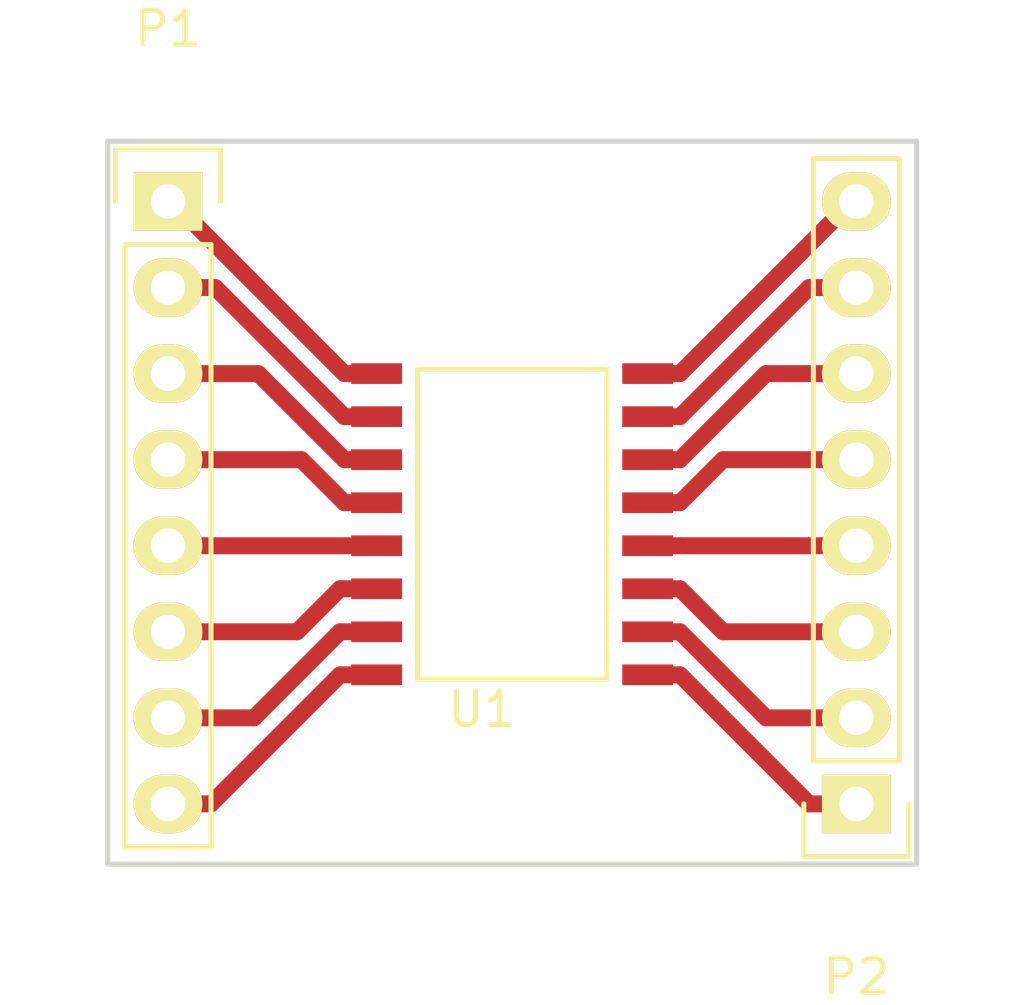
<source format=kicad_pcb>
(kicad_pcb (version 4) (host pcbnew 4.0.2-stable)

  (general
    (links 16)
    (no_connects 0)
    (area 132.051667 82.675 162.588334 112.755)
    (thickness 1.6)
    (drawings 4)
    (tracks 46)
    (zones 0)
    (modules 3)
    (nets 17)
  )

  (page A4)
  (layers
    (0 F.Cu signal)
    (31 B.Cu signal)
    (32 B.Adhes user)
    (33 F.Adhes user)
    (34 B.Paste user)
    (35 F.Paste user)
    (36 B.SilkS user)
    (37 F.SilkS user)
    (38 B.Mask user)
    (39 F.Mask user)
    (40 Dwgs.User user)
    (41 Cmts.User user)
    (42 Eco1.User user)
    (43 Eco2.User user)
    (44 Edge.Cuts user)
    (45 Margin user)
    (46 B.CrtYd user)
    (47 F.CrtYd user)
    (48 B.Fab user)
    (49 F.Fab user)
  )

  (setup
    (last_trace_width 0.5)
    (trace_clearance 0.2)
    (zone_clearance 0.508)
    (zone_45_only no)
    (trace_min 0.2)
    (segment_width 0.2)
    (edge_width 0.15)
    (via_size 0.6)
    (via_drill 0.4)
    (via_min_size 0.4)
    (via_min_drill 0.3)
    (uvia_size 0.3)
    (uvia_drill 0.1)
    (uvias_allowed no)
    (uvia_min_size 0.2)
    (uvia_min_drill 0.1)
    (pcb_text_width 0.3)
    (pcb_text_size 1.5 1.5)
    (mod_edge_width 0.15)
    (mod_text_size 1 1)
    (mod_text_width 0.15)
    (pad_size 1.524 1.524)
    (pad_drill 0.762)
    (pad_to_mask_clearance 0.2)
    (aux_axis_origin 0 0)
    (visible_elements FFFFFF7F)
    (pcbplotparams
      (layerselection 0x01000_00000001)
      (usegerberextensions false)
      (excludeedgelayer true)
      (linewidth 0.100000)
      (plotframeref false)
      (viasonmask false)
      (mode 1)
      (useauxorigin false)
      (hpglpennumber 1)
      (hpglpenspeed 20)
      (hpglpendiameter 15)
      (hpglpenoverlay 2)
      (psnegative false)
      (psa4output false)
      (plotreference true)
      (plotvalue true)
      (plotinvisibletext false)
      (padsonsilk false)
      (subtractmaskfromsilk false)
      (outputformat 1)
      (mirror false)
      (drillshape 0)
      (scaleselection 1)
      (outputdirectory mill/))
  )

  (net 0 "")
  (net 1 "Net-(P1-Pad1)")
  (net 2 "Net-(P1-Pad2)")
  (net 3 "Net-(P1-Pad3)")
  (net 4 "Net-(P1-Pad4)")
  (net 5 "Net-(P1-Pad5)")
  (net 6 "Net-(P1-Pad6)")
  (net 7 "Net-(P1-Pad7)")
  (net 8 "Net-(P1-Pad8)")
  (net 9 "Net-(P2-Pad1)")
  (net 10 "Net-(P2-Pad2)")
  (net 11 "Net-(P2-Pad3)")
  (net 12 "Net-(P2-Pad4)")
  (net 13 "Net-(P2-Pad5)")
  (net 14 "Net-(P2-Pad6)")
  (net 15 "Net-(P2-Pad7)")
  (net 16 "Net-(P2-Pad8)")

  (net_class Default "This is the default net class."
    (clearance 0.2)
    (trace_width 0.5)
    (via_dia 0.6)
    (via_drill 0.4)
    (uvia_dia 0.3)
    (uvia_drill 0.1)
    (add_net "Net-(P1-Pad1)")
    (add_net "Net-(P1-Pad2)")
    (add_net "Net-(P1-Pad3)")
    (add_net "Net-(P1-Pad4)")
    (add_net "Net-(P1-Pad5)")
    (add_net "Net-(P1-Pad6)")
    (add_net "Net-(P1-Pad7)")
    (add_net "Net-(P1-Pad8)")
    (add_net "Net-(P2-Pad1)")
    (add_net "Net-(P2-Pad2)")
    (add_net "Net-(P2-Pad3)")
    (add_net "Net-(P2-Pad4)")
    (add_net "Net-(P2-Pad5)")
    (add_net "Net-(P2-Pad6)")
    (add_net "Net-(P2-Pad7)")
    (add_net "Net-(P2-Pad8)")
  )

  (module Pin_Headers:Pin_Header_Straight_1x08 (layer F.Cu) (tedit 0) (tstamp 57D87653)
    (at 137.16 88.9)
    (descr "Through hole pin header")
    (tags "pin header")
    (path /57E38C3C)
    (fp_text reference P1 (at 0 -5.1) (layer F.SilkS)
      (effects (font (size 1 1) (thickness 0.15)))
    )
    (fp_text value CONN_01X08 (at 0 -3.1) (layer F.Fab)
      (effects (font (size 1 1) (thickness 0.15)))
    )
    (fp_line (start -1.75 -1.75) (end -1.75 19.55) (layer F.CrtYd) (width 0.05))
    (fp_line (start 1.75 -1.75) (end 1.75 19.55) (layer F.CrtYd) (width 0.05))
    (fp_line (start -1.75 -1.75) (end 1.75 -1.75) (layer F.CrtYd) (width 0.05))
    (fp_line (start -1.75 19.55) (end 1.75 19.55) (layer F.CrtYd) (width 0.05))
    (fp_line (start 1.27 1.27) (end 1.27 19.05) (layer F.SilkS) (width 0.15))
    (fp_line (start 1.27 19.05) (end -1.27 19.05) (layer F.SilkS) (width 0.15))
    (fp_line (start -1.27 19.05) (end -1.27 1.27) (layer F.SilkS) (width 0.15))
    (fp_line (start 1.55 -1.55) (end 1.55 0) (layer F.SilkS) (width 0.15))
    (fp_line (start 1.27 1.27) (end -1.27 1.27) (layer F.SilkS) (width 0.15))
    (fp_line (start -1.55 0) (end -1.55 -1.55) (layer F.SilkS) (width 0.15))
    (fp_line (start -1.55 -1.55) (end 1.55 -1.55) (layer F.SilkS) (width 0.15))
    (pad 1 thru_hole rect (at 0 0) (size 2.032 1.7272) (drill 1.016) (layers *.Cu *.Mask F.SilkS)
      (net 1 "Net-(P1-Pad1)"))
    (pad 2 thru_hole oval (at 0 2.54) (size 2.032 1.7272) (drill 1.016) (layers *.Cu *.Mask F.SilkS)
      (net 2 "Net-(P1-Pad2)"))
    (pad 3 thru_hole oval (at 0 5.08) (size 2.032 1.7272) (drill 1.016) (layers *.Cu *.Mask F.SilkS)
      (net 3 "Net-(P1-Pad3)"))
    (pad 4 thru_hole oval (at 0 7.62) (size 2.032 1.7272) (drill 1.016) (layers *.Cu *.Mask F.SilkS)
      (net 4 "Net-(P1-Pad4)"))
    (pad 5 thru_hole oval (at 0 10.16) (size 2.032 1.7272) (drill 1.016) (layers *.Cu *.Mask F.SilkS)
      (net 5 "Net-(P1-Pad5)"))
    (pad 6 thru_hole oval (at 0 12.7) (size 2.032 1.7272) (drill 1.016) (layers *.Cu *.Mask F.SilkS)
      (net 6 "Net-(P1-Pad6)"))
    (pad 7 thru_hole oval (at 0 15.24) (size 2.032 1.7272) (drill 1.016) (layers *.Cu *.Mask F.SilkS)
      (net 7 "Net-(P1-Pad7)"))
    (pad 8 thru_hole oval (at 0 17.78) (size 2.032 1.7272) (drill 1.016) (layers *.Cu *.Mask F.SilkS)
      (net 8 "Net-(P1-Pad8)"))
    (model Pin_Headers.3dshapes/Pin_Header_Straight_1x08.wrl
      (at (xyz 0 -0.35 0))
      (scale (xyz 1 1 1))
      (rotate (xyz 0 0 90))
    )
  )

  (module Pin_Headers:Pin_Header_Straight_1x08 (layer F.Cu) (tedit 0) (tstamp 57D8765F)
    (at 157.48 106.68 180)
    (descr "Through hole pin header")
    (tags "pin header")
    (path /57E38CA8)
    (fp_text reference P2 (at 0 -5.1 180) (layer F.SilkS)
      (effects (font (size 1 1) (thickness 0.15)))
    )
    (fp_text value CONN_01X08 (at 0 -3.1 180) (layer F.Fab)
      (effects (font (size 1 1) (thickness 0.15)))
    )
    (fp_line (start -1.75 -1.75) (end -1.75 19.55) (layer F.CrtYd) (width 0.05))
    (fp_line (start 1.75 -1.75) (end 1.75 19.55) (layer F.CrtYd) (width 0.05))
    (fp_line (start -1.75 -1.75) (end 1.75 -1.75) (layer F.CrtYd) (width 0.05))
    (fp_line (start -1.75 19.55) (end 1.75 19.55) (layer F.CrtYd) (width 0.05))
    (fp_line (start 1.27 1.27) (end 1.27 19.05) (layer F.SilkS) (width 0.15))
    (fp_line (start 1.27 19.05) (end -1.27 19.05) (layer F.SilkS) (width 0.15))
    (fp_line (start -1.27 19.05) (end -1.27 1.27) (layer F.SilkS) (width 0.15))
    (fp_line (start 1.55 -1.55) (end 1.55 0) (layer F.SilkS) (width 0.15))
    (fp_line (start 1.27 1.27) (end -1.27 1.27) (layer F.SilkS) (width 0.15))
    (fp_line (start -1.55 0) (end -1.55 -1.55) (layer F.SilkS) (width 0.15))
    (fp_line (start -1.55 -1.55) (end 1.55 -1.55) (layer F.SilkS) (width 0.15))
    (pad 1 thru_hole rect (at 0 0 180) (size 2.032 1.7272) (drill 1.016) (layers *.Cu *.Mask F.SilkS)
      (net 9 "Net-(P2-Pad1)"))
    (pad 2 thru_hole oval (at 0 2.54 180) (size 2.032 1.7272) (drill 1.016) (layers *.Cu *.Mask F.SilkS)
      (net 10 "Net-(P2-Pad2)"))
    (pad 3 thru_hole oval (at 0 5.08 180) (size 2.032 1.7272) (drill 1.016) (layers *.Cu *.Mask F.SilkS)
      (net 11 "Net-(P2-Pad3)"))
    (pad 4 thru_hole oval (at 0 7.62 180) (size 2.032 1.7272) (drill 1.016) (layers *.Cu *.Mask F.SilkS)
      (net 12 "Net-(P2-Pad4)"))
    (pad 5 thru_hole oval (at 0 10.16 180) (size 2.032 1.7272) (drill 1.016) (layers *.Cu *.Mask F.SilkS)
      (net 13 "Net-(P2-Pad5)"))
    (pad 6 thru_hole oval (at 0 12.7 180) (size 2.032 1.7272) (drill 1.016) (layers *.Cu *.Mask F.SilkS)
      (net 14 "Net-(P2-Pad6)"))
    (pad 7 thru_hole oval (at 0 15.24 180) (size 2.032 1.7272) (drill 1.016) (layers *.Cu *.Mask F.SilkS)
      (net 15 "Net-(P2-Pad7)"))
    (pad 8 thru_hole oval (at 0 17.78 180) (size 2.032 1.7272) (drill 1.016) (layers *.Cu *.Mask F.SilkS)
      (net 16 "Net-(P2-Pad8)"))
    (model Pin_Headers.3dshapes/Pin_Header_Straight_1x08.wrl
      (at (xyz 0 -0.35 0))
      (scale (xyz 1 1 1))
      (rotate (xyz 0 0 90))
    )
  )

  (module scintilla:SN74LV4052ANSR (layer F.Cu) (tedit 57D87252) (tstamp 57D87673)
    (at 147.32 99.06 270)
    (path /57E38D44)
    (fp_text reference U1 (at 4.826 0.889 360) (layer F.SilkS)
      (effects (font (size 1 1) (thickness 0.15)))
    )
    (fp_text value SN74LV4052ANSR (at -6.477 0 360) (layer F.Fab)
      (effects (font (size 1 1) (thickness 0.15)))
    )
    (fp_line (start -5.207 -2.794) (end 3.937 -2.794) (layer F.SilkS) (width 0.15))
    (fp_line (start 3.937 -2.794) (end 3.937 2.794) (layer F.SilkS) (width 0.15))
    (fp_line (start 3.937 2.794) (end -5.207 2.794) (layer F.SilkS) (width 0.15))
    (fp_line (start -5.207 2.794) (end -5.207 -2.794) (layer F.SilkS) (width 0.15))
    (pad 1 smd rect (at -5.08 4 270) (size 0.61 1.5) (layers F.Cu F.Paste F.Mask)
      (net 1 "Net-(P1-Pad1)"))
    (pad 2 smd rect (at -3.81 4 270) (size 0.61 1.5) (layers F.Cu F.Paste F.Mask)
      (net 2 "Net-(P1-Pad2)"))
    (pad 3 smd rect (at -2.54 4 270) (size 0.61 1.5) (layers F.Cu F.Paste F.Mask)
      (net 3 "Net-(P1-Pad3)"))
    (pad 4 smd rect (at -1.27 4 270) (size 0.61 1.5) (layers F.Cu F.Paste F.Mask)
      (net 4 "Net-(P1-Pad4)"))
    (pad 5 smd rect (at 0 4 270) (size 0.61 1.5) (layers F.Cu F.Paste F.Mask)
      (net 5 "Net-(P1-Pad5)"))
    (pad 6 smd rect (at 1.27 4 270) (size 0.61 1.5) (layers F.Cu F.Paste F.Mask)
      (net 6 "Net-(P1-Pad6)"))
    (pad 7 smd rect (at 2.54 4 270) (size 0.61 1.5) (layers F.Cu F.Paste F.Mask)
      (net 7 "Net-(P1-Pad7)"))
    (pad 8 smd rect (at 3.81 4 270) (size 0.61 1.5) (layers F.Cu F.Paste F.Mask)
      (net 8 "Net-(P1-Pad8)"))
    (pad 9 smd rect (at 3.81 -4 270) (size 0.61 1.5) (layers F.Cu F.Paste F.Mask)
      (net 9 "Net-(P2-Pad1)"))
    (pad 10 smd rect (at 2.54 -4 270) (size 0.61 1.5) (layers F.Cu F.Paste F.Mask)
      (net 10 "Net-(P2-Pad2)"))
    (pad 11 smd rect (at 1.27 -4 270) (size 0.61 1.5) (layers F.Cu F.Paste F.Mask)
      (net 11 "Net-(P2-Pad3)"))
    (pad 12 smd rect (at 0 -4 270) (size 0.61 1.5) (layers F.Cu F.Paste F.Mask)
      (net 12 "Net-(P2-Pad4)"))
    (pad 13 smd rect (at -1.27 -4 270) (size 0.61 1.5) (layers F.Cu F.Paste F.Mask)
      (net 13 "Net-(P2-Pad5)"))
    (pad 14 smd rect (at -2.54 -4 270) (size 0.61 1.5) (layers F.Cu F.Paste F.Mask)
      (net 14 "Net-(P2-Pad6)"))
    (pad 15 smd rect (at -3.81 -4 270) (size 0.61 1.5) (layers F.Cu F.Paste F.Mask)
      (net 15 "Net-(P2-Pad7)"))
    (pad 16 smd rect (at -5.08 -4 270) (size 0.61 1.5) (layers F.Cu F.Paste F.Mask)
      (net 16 "Net-(P2-Pad8)"))
  )

  (gr_line (start 135.382 108.458) (end 135.382 87.122) (angle 90) (layer Edge.Cuts) (width 0.15))
  (gr_line (start 159.258 108.458) (end 135.382 108.458) (angle 90) (layer Edge.Cuts) (width 0.15))
  (gr_line (start 159.258 87.122) (end 159.258 108.458) (angle 90) (layer Edge.Cuts) (width 0.15))
  (gr_line (start 135.382 87.122) (end 159.258 87.122) (angle 90) (layer Edge.Cuts) (width 0.15))

  (segment (start 143.32 93.98) (end 142.367 93.98) (width 0.5) (layer F.Cu) (net 1) (status 400000))
  (segment (start 142.367 93.98) (end 137.287 88.9) (width 0.5) (layer F.Cu) (net 1) (tstamp 57D8777E) (status 800000))
  (segment (start 137.287 88.9) (end 137.16 88.9) (width 0.5) (layer F.Cu) (net 1) (tstamp 57D8777F) (status C00000))
  (segment (start 143.32 95.25) (end 142.367 95.25) (width 0.5) (layer F.Cu) (net 2) (status 400000))
  (segment (start 138.557 91.44) (end 137.16 91.44) (width 0.5) (layer F.Cu) (net 2) (tstamp 57D8777B) (status 800000))
  (segment (start 142.367 95.25) (end 138.557 91.44) (width 0.5) (layer F.Cu) (net 2) (tstamp 57D8777A))
  (segment (start 143.32 95.25) (end 142.748 95.25) (width 0.5) (layer F.Cu) (net 2) (status C00000))
  (segment (start 143.32 96.52) (end 142.367 96.52) (width 0.5) (layer F.Cu) (net 3) (status 400000))
  (segment (start 139.827 93.98) (end 137.16 93.98) (width 0.5) (layer F.Cu) (net 3) (tstamp 57D87776) (status 800000))
  (segment (start 142.367 96.52) (end 139.827 93.98) (width 0.5) (layer F.Cu) (net 3) (tstamp 57D87775))
  (segment (start 143.32 97.79) (end 142.367 97.79) (width 0.5) (layer F.Cu) (net 4) (status 400000))
  (segment (start 141.097 96.52) (end 137.16 96.52) (width 0.5) (layer F.Cu) (net 4) (tstamp 57D87772) (status 800000))
  (segment (start 142.367 97.79) (end 141.097 96.52) (width 0.5) (layer F.Cu) (net 4) (tstamp 57D87771))
  (segment (start 143.32 99.06) (end 137.16 99.06) (width 0.5) (layer F.Cu) (net 5) (status C00000))
  (segment (start 143.32 100.33) (end 142.24 100.33) (width 0.5) (layer F.Cu) (net 6) (status 400000))
  (segment (start 140.97 101.6) (end 137.16 101.6) (width 0.5) (layer F.Cu) (net 6) (tstamp 57D8775C) (status 800000))
  (segment (start 142.24 100.33) (end 140.97 101.6) (width 0.5) (layer F.Cu) (net 6) (tstamp 57D8775B))
  (segment (start 143.32 101.6) (end 142.24 101.6) (width 0.5) (layer F.Cu) (net 7) (status 400000))
  (segment (start 139.7 104.14) (end 137.16 104.14) (width 0.5) (layer F.Cu) (net 7) (tstamp 57D87760) (status 800000))
  (segment (start 142.24 101.6) (end 139.7 104.14) (width 0.5) (layer F.Cu) (net 7) (tstamp 57D8775F))
  (segment (start 143.32 102.87) (end 142.24 102.87) (width 0.5) (layer F.Cu) (net 8) (status 400000))
  (segment (start 138.43 106.68) (end 137.16 106.68) (width 0.5) (layer F.Cu) (net 8) (tstamp 57D87766) (status 800000))
  (segment (start 142.24 102.87) (end 138.43 106.68) (width 0.5) (layer F.Cu) (net 8) (tstamp 57D87765))
  (segment (start 151.32 102.87) (end 152.273 102.87) (width 0.5) (layer F.Cu) (net 9) (status 400000))
  (segment (start 156.083 106.68) (end 157.48 106.68) (width 0.5) (layer F.Cu) (net 9) (tstamp 57D877A0) (status 800000))
  (segment (start 152.273 102.87) (end 156.083 106.68) (width 0.5) (layer F.Cu) (net 9) (tstamp 57D8779F))
  (segment (start 151.32 101.6) (end 152.273 101.6) (width 0.5) (layer F.Cu) (net 10) (status 400000))
  (segment (start 154.813 104.14) (end 157.48 104.14) (width 0.5) (layer F.Cu) (net 10) (tstamp 57D8779B) (status 800000))
  (segment (start 152.273 101.6) (end 154.813 104.14) (width 0.5) (layer F.Cu) (net 10) (tstamp 57D8779A))
  (segment (start 151.32 100.33) (end 152.273 100.33) (width 0.5) (layer F.Cu) (net 11) (status 400000))
  (segment (start 153.543 101.6) (end 157.48 101.6) (width 0.5) (layer F.Cu) (net 11) (tstamp 57D87797) (status 800000))
  (segment (start 152.273 100.33) (end 153.543 101.6) (width 0.5) (layer F.Cu) (net 11) (tstamp 57D87796))
  (segment (start 151.32 99.06) (end 152.273 99.06) (width 0.5) (layer F.Cu) (net 12) (status 400000))
  (segment (start 152.273 99.06) (end 157.48 99.06) (width 0.5) (layer F.Cu) (net 12) (tstamp 57D87793) (status 800000))
  (segment (start 151.32 97.79) (end 152.273 97.79) (width 0.5) (layer F.Cu) (net 13) (status 400000))
  (segment (start 153.543 96.52) (end 157.48 96.52) (width 0.5) (layer F.Cu) (net 13) (tstamp 57D87790) (status 800000))
  (segment (start 152.273 97.79) (end 153.543 96.52) (width 0.5) (layer F.Cu) (net 13) (tstamp 57D8778F))
  (segment (start 151.32 96.52) (end 152.273 96.52) (width 0.5) (layer F.Cu) (net 14) (status 400000))
  (segment (start 154.813 93.98) (end 157.48 93.98) (width 0.5) (layer F.Cu) (net 14) (tstamp 57D8778B) (status 800000))
  (segment (start 152.273 96.52) (end 154.813 93.98) (width 0.5) (layer F.Cu) (net 14) (tstamp 57D8778A))
  (segment (start 151.32 95.25) (end 152.273 95.25) (width 0.5) (layer F.Cu) (net 15) (status 400000))
  (segment (start 156.083 91.44) (end 157.48 91.44) (width 0.5) (layer F.Cu) (net 15) (tstamp 57D87787) (status 800000))
  (segment (start 152.273 95.25) (end 156.083 91.44) (width 0.5) (layer F.Cu) (net 15) (tstamp 57D87786))
  (segment (start 151.32 93.98) (end 152.273 93.98) (width 0.5) (layer F.Cu) (net 16) (status 400000))
  (segment (start 152.273 93.98) (end 157.353 88.9) (width 0.5) (layer F.Cu) (net 16) (tstamp 57D87782) (status 800000))
  (segment (start 157.353 88.9) (end 157.48 88.9) (width 0.5) (layer F.Cu) (net 16) (tstamp 57D87783) (status C00000))

)

</source>
